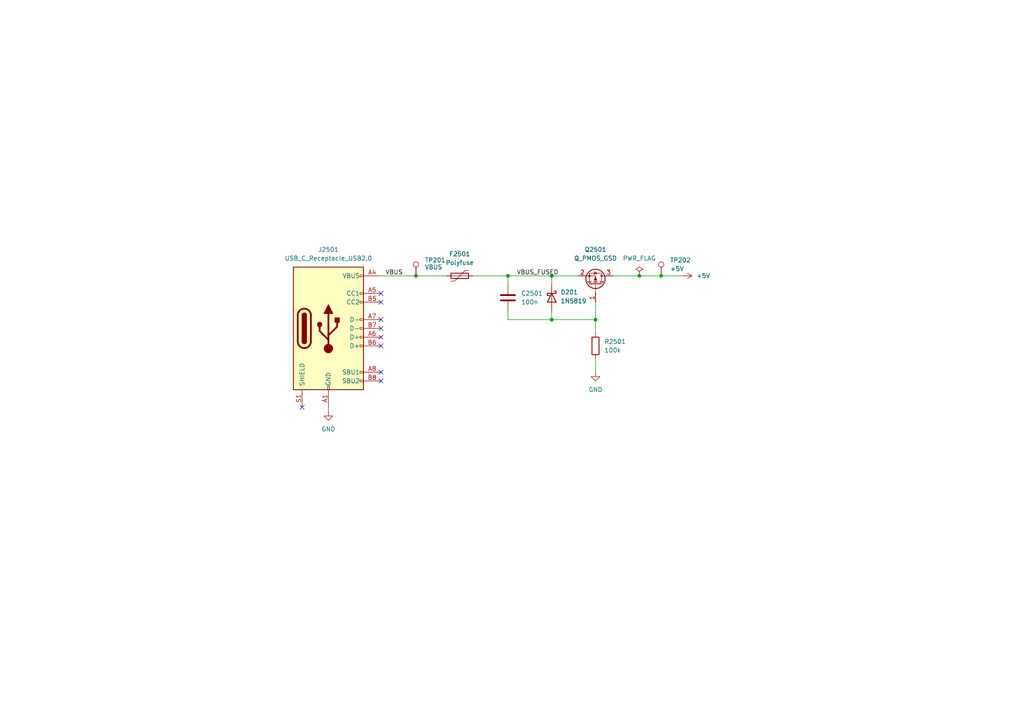
<source format=kicad_sch>
(kicad_sch (version 20211123) (generator eeschema)

  (uuid ce8f504d-77f7-45d3-9a4b-0124eaa1c13f)

  (paper "A4")

  (lib_symbols
    (symbol "Connector:TestPoint" (pin_numbers hide) (pin_names (offset 0.762) hide) (in_bom yes) (on_board yes)
      (property "Reference" "TP" (id 0) (at 0 6.858 0)
        (effects (font (size 1.27 1.27)))
      )
      (property "Value" "TestPoint" (id 1) (at 0 5.08 0)
        (effects (font (size 1.27 1.27)))
      )
      (property "Footprint" "" (id 2) (at 5.08 0 0)
        (effects (font (size 1.27 1.27)) hide)
      )
      (property "Datasheet" "~" (id 3) (at 5.08 0 0)
        (effects (font (size 1.27 1.27)) hide)
      )
      (property "ki_keywords" "test point tp" (id 4) (at 0 0 0)
        (effects (font (size 1.27 1.27)) hide)
      )
      (property "ki_description" "test point" (id 5) (at 0 0 0)
        (effects (font (size 1.27 1.27)) hide)
      )
      (property "ki_fp_filters" "Pin* Test*" (id 6) (at 0 0 0)
        (effects (font (size 1.27 1.27)) hide)
      )
      (symbol "TestPoint_0_1"
        (circle (center 0 3.302) (radius 0.762)
          (stroke (width 0) (type default) (color 0 0 0 0))
          (fill (type none))
        )
      )
      (symbol "TestPoint_1_1"
        (pin passive line (at 0 0 90) (length 2.54)
          (name "1" (effects (font (size 1.27 1.27))))
          (number "1" (effects (font (size 1.27 1.27))))
        )
      )
    )
    (symbol "Connector:USB_C_Receptacle_USB2.0" (pin_names (offset 1.016)) (in_bom yes) (on_board yes)
      (property "Reference" "J" (id 0) (at -10.16 19.05 0)
        (effects (font (size 1.27 1.27)) (justify left))
      )
      (property "Value" "USB_C_Receptacle_USB2.0" (id 1) (at 19.05 19.05 0)
        (effects (font (size 1.27 1.27)) (justify right))
      )
      (property "Footprint" "" (id 2) (at 3.81 0 0)
        (effects (font (size 1.27 1.27)) hide)
      )
      (property "Datasheet" "https://www.usb.org/sites/default/files/documents/usb_type-c.zip" (id 3) (at 3.81 0 0)
        (effects (font (size 1.27 1.27)) hide)
      )
      (property "ki_keywords" "usb universal serial bus type-C USB2.0" (id 4) (at 0 0 0)
        (effects (font (size 1.27 1.27)) hide)
      )
      (property "ki_description" "USB 2.0-only Type-C Receptacle connector" (id 5) (at 0 0 0)
        (effects (font (size 1.27 1.27)) hide)
      )
      (property "ki_fp_filters" "USB*C*Receptacle*" (id 6) (at 0 0 0)
        (effects (font (size 1.27 1.27)) hide)
      )
      (symbol "USB_C_Receptacle_USB2.0_0_0"
        (rectangle (start -0.254 -17.78) (end 0.254 -16.764)
          (stroke (width 0) (type default) (color 0 0 0 0))
          (fill (type none))
        )
        (rectangle (start 10.16 -14.986) (end 9.144 -15.494)
          (stroke (width 0) (type default) (color 0 0 0 0))
          (fill (type none))
        )
        (rectangle (start 10.16 -12.446) (end 9.144 -12.954)
          (stroke (width 0) (type default) (color 0 0 0 0))
          (fill (type none))
        )
        (rectangle (start 10.16 -4.826) (end 9.144 -5.334)
          (stroke (width 0) (type default) (color 0 0 0 0))
          (fill (type none))
        )
        (rectangle (start 10.16 -2.286) (end 9.144 -2.794)
          (stroke (width 0) (type default) (color 0 0 0 0))
          (fill (type none))
        )
        (rectangle (start 10.16 0.254) (end 9.144 -0.254)
          (stroke (width 0) (type default) (color 0 0 0 0))
          (fill (type none))
        )
        (rectangle (start 10.16 2.794) (end 9.144 2.286)
          (stroke (width 0) (type default) (color 0 0 0 0))
          (fill (type none))
        )
        (rectangle (start 10.16 7.874) (end 9.144 7.366)
          (stroke (width 0) (type default) (color 0 0 0 0))
          (fill (type none))
        )
        (rectangle (start 10.16 10.414) (end 9.144 9.906)
          (stroke (width 0) (type default) (color 0 0 0 0))
          (fill (type none))
        )
        (rectangle (start 10.16 15.494) (end 9.144 14.986)
          (stroke (width 0) (type default) (color 0 0 0 0))
          (fill (type none))
        )
      )
      (symbol "USB_C_Receptacle_USB2.0_0_1"
        (rectangle (start -10.16 17.78) (end 10.16 -17.78)
          (stroke (width 0.254) (type default) (color 0 0 0 0))
          (fill (type background))
        )
        (arc (start -8.89 -3.81) (mid -6.985 -5.715) (end -5.08 -3.81)
          (stroke (width 0.508) (type default) (color 0 0 0 0))
          (fill (type none))
        )
        (arc (start -7.62 -3.81) (mid -6.985 -4.445) (end -6.35 -3.81)
          (stroke (width 0.254) (type default) (color 0 0 0 0))
          (fill (type none))
        )
        (arc (start -7.62 -3.81) (mid -6.985 -4.445) (end -6.35 -3.81)
          (stroke (width 0.254) (type default) (color 0 0 0 0))
          (fill (type outline))
        )
        (rectangle (start -7.62 -3.81) (end -6.35 3.81)
          (stroke (width 0.254) (type default) (color 0 0 0 0))
          (fill (type outline))
        )
        (arc (start -6.35 3.81) (mid -6.985 4.445) (end -7.62 3.81)
          (stroke (width 0.254) (type default) (color 0 0 0 0))
          (fill (type none))
        )
        (arc (start -6.35 3.81) (mid -6.985 4.445) (end -7.62 3.81)
          (stroke (width 0.254) (type default) (color 0 0 0 0))
          (fill (type outline))
        )
        (arc (start -5.08 3.81) (mid -6.985 5.715) (end -8.89 3.81)
          (stroke (width 0.508) (type default) (color 0 0 0 0))
          (fill (type none))
        )
        (circle (center -2.54 1.143) (radius 0.635)
          (stroke (width 0.254) (type default) (color 0 0 0 0))
          (fill (type outline))
        )
        (circle (center 0 -5.842) (radius 1.27)
          (stroke (width 0) (type default) (color 0 0 0 0))
          (fill (type outline))
        )
        (polyline
          (pts
            (xy -8.89 -3.81)
            (xy -8.89 3.81)
          )
          (stroke (width 0.508) (type default) (color 0 0 0 0))
          (fill (type none))
        )
        (polyline
          (pts
            (xy -5.08 3.81)
            (xy -5.08 -3.81)
          )
          (stroke (width 0.508) (type default) (color 0 0 0 0))
          (fill (type none))
        )
        (polyline
          (pts
            (xy 0 -5.842)
            (xy 0 4.318)
          )
          (stroke (width 0.508) (type default) (color 0 0 0 0))
          (fill (type none))
        )
        (polyline
          (pts
            (xy 0 -3.302)
            (xy -2.54 -0.762)
            (xy -2.54 0.508)
          )
          (stroke (width 0.508) (type default) (color 0 0 0 0))
          (fill (type none))
        )
        (polyline
          (pts
            (xy 0 -2.032)
            (xy 2.54 0.508)
            (xy 2.54 1.778)
          )
          (stroke (width 0.508) (type default) (color 0 0 0 0))
          (fill (type none))
        )
        (polyline
          (pts
            (xy -1.27 4.318)
            (xy 0 6.858)
            (xy 1.27 4.318)
            (xy -1.27 4.318)
          )
          (stroke (width 0.254) (type default) (color 0 0 0 0))
          (fill (type outline))
        )
        (rectangle (start 1.905 1.778) (end 3.175 3.048)
          (stroke (width 0.254) (type default) (color 0 0 0 0))
          (fill (type outline))
        )
      )
      (symbol "USB_C_Receptacle_USB2.0_1_1"
        (pin passive line (at 0 -22.86 90) (length 5.08)
          (name "GND" (effects (font (size 1.27 1.27))))
          (number "A1" (effects (font (size 1.27 1.27))))
        )
        (pin passive line (at 0 -22.86 90) (length 5.08) hide
          (name "GND" (effects (font (size 1.27 1.27))))
          (number "A12" (effects (font (size 1.27 1.27))))
        )
        (pin passive line (at 15.24 15.24 180) (length 5.08)
          (name "VBUS" (effects (font (size 1.27 1.27))))
          (number "A4" (effects (font (size 1.27 1.27))))
        )
        (pin bidirectional line (at 15.24 10.16 180) (length 5.08)
          (name "CC1" (effects (font (size 1.27 1.27))))
          (number "A5" (effects (font (size 1.27 1.27))))
        )
        (pin bidirectional line (at 15.24 -2.54 180) (length 5.08)
          (name "D+" (effects (font (size 1.27 1.27))))
          (number "A6" (effects (font (size 1.27 1.27))))
        )
        (pin bidirectional line (at 15.24 2.54 180) (length 5.08)
          (name "D-" (effects (font (size 1.27 1.27))))
          (number "A7" (effects (font (size 1.27 1.27))))
        )
        (pin bidirectional line (at 15.24 -12.7 180) (length 5.08)
          (name "SBU1" (effects (font (size 1.27 1.27))))
          (number "A8" (effects (font (size 1.27 1.27))))
        )
        (pin passive line (at 15.24 15.24 180) (length 5.08) hide
          (name "VBUS" (effects (font (size 1.27 1.27))))
          (number "A9" (effects (font (size 1.27 1.27))))
        )
        (pin passive line (at 0 -22.86 90) (length 5.08) hide
          (name "GND" (effects (font (size 1.27 1.27))))
          (number "B1" (effects (font (size 1.27 1.27))))
        )
        (pin passive line (at 0 -22.86 90) (length 5.08) hide
          (name "GND" (effects (font (size 1.27 1.27))))
          (number "B12" (effects (font (size 1.27 1.27))))
        )
        (pin passive line (at 15.24 15.24 180) (length 5.08) hide
          (name "VBUS" (effects (font (size 1.27 1.27))))
          (number "B4" (effects (font (size 1.27 1.27))))
        )
        (pin bidirectional line (at 15.24 7.62 180) (length 5.08)
          (name "CC2" (effects (font (size 1.27 1.27))))
          (number "B5" (effects (font (size 1.27 1.27))))
        )
        (pin bidirectional line (at 15.24 -5.08 180) (length 5.08)
          (name "D+" (effects (font (size 1.27 1.27))))
          (number "B6" (effects (font (size 1.27 1.27))))
        )
        (pin bidirectional line (at 15.24 0 180) (length 5.08)
          (name "D-" (effects (font (size 1.27 1.27))))
          (number "B7" (effects (font (size 1.27 1.27))))
        )
        (pin bidirectional line (at 15.24 -15.24 180) (length 5.08)
          (name "SBU2" (effects (font (size 1.27 1.27))))
          (number "B8" (effects (font (size 1.27 1.27))))
        )
        (pin passive line (at 15.24 15.24 180) (length 5.08) hide
          (name "VBUS" (effects (font (size 1.27 1.27))))
          (number "B9" (effects (font (size 1.27 1.27))))
        )
        (pin passive line (at -7.62 -22.86 90) (length 5.08)
          (name "SHIELD" (effects (font (size 1.27 1.27))))
          (number "S1" (effects (font (size 1.27 1.27))))
        )
      )
    )
    (symbol "Device:C" (pin_numbers hide) (pin_names (offset 0.254)) (in_bom yes) (on_board yes)
      (property "Reference" "C" (id 0) (at 0.635 2.54 0)
        (effects (font (size 1.27 1.27)) (justify left))
      )
      (property "Value" "C" (id 1) (at 0.635 -2.54 0)
        (effects (font (size 1.27 1.27)) (justify left))
      )
      (property "Footprint" "" (id 2) (at 0.9652 -3.81 0)
        (effects (font (size 1.27 1.27)) hide)
      )
      (property "Datasheet" "~" (id 3) (at 0 0 0)
        (effects (font (size 1.27 1.27)) hide)
      )
      (property "ki_keywords" "cap capacitor" (id 4) (at 0 0 0)
        (effects (font (size 1.27 1.27)) hide)
      )
      (property "ki_description" "Unpolarized capacitor" (id 5) (at 0 0 0)
        (effects (font (size 1.27 1.27)) hide)
      )
      (property "ki_fp_filters" "C_*" (id 6) (at 0 0 0)
        (effects (font (size 1.27 1.27)) hide)
      )
      (symbol "C_0_1"
        (polyline
          (pts
            (xy -2.032 -0.762)
            (xy 2.032 -0.762)
          )
          (stroke (width 0.508) (type default) (color 0 0 0 0))
          (fill (type none))
        )
        (polyline
          (pts
            (xy -2.032 0.762)
            (xy 2.032 0.762)
          )
          (stroke (width 0.508) (type default) (color 0 0 0 0))
          (fill (type none))
        )
      )
      (symbol "C_1_1"
        (pin passive line (at 0 3.81 270) (length 2.794)
          (name "~" (effects (font (size 1.27 1.27))))
          (number "1" (effects (font (size 1.27 1.27))))
        )
        (pin passive line (at 0 -3.81 90) (length 2.794)
          (name "~" (effects (font (size 1.27 1.27))))
          (number "2" (effects (font (size 1.27 1.27))))
        )
      )
    )
    (symbol "Device:Polyfuse" (pin_numbers hide) (pin_names (offset 0)) (in_bom yes) (on_board yes)
      (property "Reference" "F" (id 0) (at -2.54 0 90)
        (effects (font (size 1.27 1.27)))
      )
      (property "Value" "Polyfuse" (id 1) (at 2.54 0 90)
        (effects (font (size 1.27 1.27)))
      )
      (property "Footprint" "" (id 2) (at 1.27 -5.08 0)
        (effects (font (size 1.27 1.27)) (justify left) hide)
      )
      (property "Datasheet" "~" (id 3) (at 0 0 0)
        (effects (font (size 1.27 1.27)) hide)
      )
      (property "ki_keywords" "resettable fuse PTC PPTC polyfuse polyswitch" (id 4) (at 0 0 0)
        (effects (font (size 1.27 1.27)) hide)
      )
      (property "ki_description" "Resettable fuse, polymeric positive temperature coefficient" (id 5) (at 0 0 0)
        (effects (font (size 1.27 1.27)) hide)
      )
      (property "ki_fp_filters" "*polyfuse* *PTC*" (id 6) (at 0 0 0)
        (effects (font (size 1.27 1.27)) hide)
      )
      (symbol "Polyfuse_0_1"
        (rectangle (start -0.762 2.54) (end 0.762 -2.54)
          (stroke (width 0.254) (type default) (color 0 0 0 0))
          (fill (type none))
        )
        (polyline
          (pts
            (xy 0 2.54)
            (xy 0 -2.54)
          )
          (stroke (width 0) (type default) (color 0 0 0 0))
          (fill (type none))
        )
        (polyline
          (pts
            (xy -1.524 2.54)
            (xy -1.524 1.524)
            (xy 1.524 -1.524)
            (xy 1.524 -2.54)
          )
          (stroke (width 0) (type default) (color 0 0 0 0))
          (fill (type none))
        )
      )
      (symbol "Polyfuse_1_1"
        (pin passive line (at 0 3.81 270) (length 1.27)
          (name "~" (effects (font (size 1.27 1.27))))
          (number "1" (effects (font (size 1.27 1.27))))
        )
        (pin passive line (at 0 -3.81 90) (length 1.27)
          (name "~" (effects (font (size 1.27 1.27))))
          (number "2" (effects (font (size 1.27 1.27))))
        )
      )
    )
    (symbol "Device:Q_PMOS_GSD" (pin_names (offset 0) hide) (in_bom yes) (on_board yes)
      (property "Reference" "Q" (id 0) (at 5.08 1.27 0)
        (effects (font (size 1.27 1.27)) (justify left))
      )
      (property "Value" "Q_PMOS_GSD" (id 1) (at 5.08 -1.27 0)
        (effects (font (size 1.27 1.27)) (justify left))
      )
      (property "Footprint" "" (id 2) (at 5.08 2.54 0)
        (effects (font (size 1.27 1.27)) hide)
      )
      (property "Datasheet" "~" (id 3) (at 0 0 0)
        (effects (font (size 1.27 1.27)) hide)
      )
      (property "ki_keywords" "transistor PMOS P-MOS P-MOSFET" (id 4) (at 0 0 0)
        (effects (font (size 1.27 1.27)) hide)
      )
      (property "ki_description" "P-MOSFET transistor, gate/source/drain" (id 5) (at 0 0 0)
        (effects (font (size 1.27 1.27)) hide)
      )
      (symbol "Q_PMOS_GSD_0_1"
        (polyline
          (pts
            (xy 0.254 0)
            (xy -2.54 0)
          )
          (stroke (width 0) (type default) (color 0 0 0 0))
          (fill (type none))
        )
        (polyline
          (pts
            (xy 0.254 1.905)
            (xy 0.254 -1.905)
          )
          (stroke (width 0.254) (type default) (color 0 0 0 0))
          (fill (type none))
        )
        (polyline
          (pts
            (xy 0.762 -1.27)
            (xy 0.762 -2.286)
          )
          (stroke (width 0.254) (type default) (color 0 0 0 0))
          (fill (type none))
        )
        (polyline
          (pts
            (xy 0.762 0.508)
            (xy 0.762 -0.508)
          )
          (stroke (width 0.254) (type default) (color 0 0 0 0))
          (fill (type none))
        )
        (polyline
          (pts
            (xy 0.762 2.286)
            (xy 0.762 1.27)
          )
          (stroke (width 0.254) (type default) (color 0 0 0 0))
          (fill (type none))
        )
        (polyline
          (pts
            (xy 2.54 2.54)
            (xy 2.54 1.778)
          )
          (stroke (width 0) (type default) (color 0 0 0 0))
          (fill (type none))
        )
        (polyline
          (pts
            (xy 2.54 -2.54)
            (xy 2.54 0)
            (xy 0.762 0)
          )
          (stroke (width 0) (type default) (color 0 0 0 0))
          (fill (type none))
        )
        (polyline
          (pts
            (xy 0.762 1.778)
            (xy 3.302 1.778)
            (xy 3.302 -1.778)
            (xy 0.762 -1.778)
          )
          (stroke (width 0) (type default) (color 0 0 0 0))
          (fill (type none))
        )
        (polyline
          (pts
            (xy 2.286 0)
            (xy 1.27 0.381)
            (xy 1.27 -0.381)
            (xy 2.286 0)
          )
          (stroke (width 0) (type default) (color 0 0 0 0))
          (fill (type outline))
        )
        (polyline
          (pts
            (xy 2.794 -0.508)
            (xy 2.921 -0.381)
            (xy 3.683 -0.381)
            (xy 3.81 -0.254)
          )
          (stroke (width 0) (type default) (color 0 0 0 0))
          (fill (type none))
        )
        (polyline
          (pts
            (xy 3.302 -0.381)
            (xy 2.921 0.254)
            (xy 3.683 0.254)
            (xy 3.302 -0.381)
          )
          (stroke (width 0) (type default) (color 0 0 0 0))
          (fill (type none))
        )
        (circle (center 1.651 0) (radius 2.794)
          (stroke (width 0.254) (type default) (color 0 0 0 0))
          (fill (type none))
        )
        (circle (center 2.54 -1.778) (radius 0.254)
          (stroke (width 0) (type default) (color 0 0 0 0))
          (fill (type outline))
        )
        (circle (center 2.54 1.778) (radius 0.254)
          (stroke (width 0) (type default) (color 0 0 0 0))
          (fill (type outline))
        )
      )
      (symbol "Q_PMOS_GSD_1_1"
        (pin input line (at -5.08 0 0) (length 2.54)
          (name "G" (effects (font (size 1.27 1.27))))
          (number "1" (effects (font (size 1.27 1.27))))
        )
        (pin passive line (at 2.54 -5.08 90) (length 2.54)
          (name "S" (effects (font (size 1.27 1.27))))
          (number "2" (effects (font (size 1.27 1.27))))
        )
        (pin passive line (at 2.54 5.08 270) (length 2.54)
          (name "D" (effects (font (size 1.27 1.27))))
          (number "3" (effects (font (size 1.27 1.27))))
        )
      )
    )
    (symbol "Device:R" (pin_numbers hide) (pin_names (offset 0)) (in_bom yes) (on_board yes)
      (property "Reference" "R" (id 0) (at 2.032 0 90)
        (effects (font (size 1.27 1.27)))
      )
      (property "Value" "R" (id 1) (at 0 0 90)
        (effects (font (size 1.27 1.27)))
      )
      (property "Footprint" "" (id 2) (at -1.778 0 90)
        (effects (font (size 1.27 1.27)) hide)
      )
      (property "Datasheet" "~" (id 3) (at 0 0 0)
        (effects (font (size 1.27 1.27)) hide)
      )
      (property "ki_keywords" "R res resistor" (id 4) (at 0 0 0)
        (effects (font (size 1.27 1.27)) hide)
      )
      (property "ki_description" "Resistor" (id 5) (at 0 0 0)
        (effects (font (size 1.27 1.27)) hide)
      )
      (property "ki_fp_filters" "R_*" (id 6) (at 0 0 0)
        (effects (font (size 1.27 1.27)) hide)
      )
      (symbol "R_0_1"
        (rectangle (start -1.016 -2.54) (end 1.016 2.54)
          (stroke (width 0.254) (type default) (color 0 0 0 0))
          (fill (type none))
        )
      )
      (symbol "R_1_1"
        (pin passive line (at 0 3.81 270) (length 1.27)
          (name "~" (effects (font (size 1.27 1.27))))
          (number "1" (effects (font (size 1.27 1.27))))
        )
        (pin passive line (at 0 -3.81 90) (length 1.27)
          (name "~" (effects (font (size 1.27 1.27))))
          (number "2" (effects (font (size 1.27 1.27))))
        )
      )
    )
    (symbol "Diode:1N5819" (pin_numbers hide) (pin_names (offset 1.016) hide) (in_bom yes) (on_board yes)
      (property "Reference" "D" (id 0) (at 0 2.54 0)
        (effects (font (size 1.27 1.27)))
      )
      (property "Value" "1N5819" (id 1) (at 0 -2.54 0)
        (effects (font (size 1.27 1.27)))
      )
      (property "Footprint" "Diode_THT:D_DO-41_SOD81_P10.16mm_Horizontal" (id 2) (at 0 -4.445 0)
        (effects (font (size 1.27 1.27)) hide)
      )
      (property "Datasheet" "http://www.vishay.com/docs/88525/1n5817.pdf" (id 3) (at 0 0 0)
        (effects (font (size 1.27 1.27)) hide)
      )
      (property "ki_keywords" "diode Schottky" (id 4) (at 0 0 0)
        (effects (font (size 1.27 1.27)) hide)
      )
      (property "ki_description" "40V 1A Schottky Barrier Rectifier Diode, DO-41" (id 5) (at 0 0 0)
        (effects (font (size 1.27 1.27)) hide)
      )
      (property "ki_fp_filters" "D*DO?41*" (id 6) (at 0 0 0)
        (effects (font (size 1.27 1.27)) hide)
      )
      (symbol "1N5819_0_1"
        (polyline
          (pts
            (xy 1.27 0)
            (xy -1.27 0)
          )
          (stroke (width 0) (type default) (color 0 0 0 0))
          (fill (type none))
        )
        (polyline
          (pts
            (xy 1.27 1.27)
            (xy 1.27 -1.27)
            (xy -1.27 0)
            (xy 1.27 1.27)
          )
          (stroke (width 0.254) (type default) (color 0 0 0 0))
          (fill (type none))
        )
        (polyline
          (pts
            (xy -1.905 0.635)
            (xy -1.905 1.27)
            (xy -1.27 1.27)
            (xy -1.27 -1.27)
            (xy -0.635 -1.27)
            (xy -0.635 -0.635)
          )
          (stroke (width 0.254) (type default) (color 0 0 0 0))
          (fill (type none))
        )
      )
      (symbol "1N5819_1_1"
        (pin passive line (at -3.81 0 0) (length 2.54)
          (name "K" (effects (font (size 1.27 1.27))))
          (number "1" (effects (font (size 1.27 1.27))))
        )
        (pin passive line (at 3.81 0 180) (length 2.54)
          (name "A" (effects (font (size 1.27 1.27))))
          (number "2" (effects (font (size 1.27 1.27))))
        )
      )
    )
    (symbol "power:+5V" (power) (pin_names (offset 0)) (in_bom yes) (on_board yes)
      (property "Reference" "#PWR" (id 0) (at 0 -3.81 0)
        (effects (font (size 1.27 1.27)) hide)
      )
      (property "Value" "+5V" (id 1) (at 0 3.556 0)
        (effects (font (size 1.27 1.27)))
      )
      (property "Footprint" "" (id 2) (at 0 0 0)
        (effects (font (size 1.27 1.27)) hide)
      )
      (property "Datasheet" "" (id 3) (at 0 0 0)
        (effects (font (size 1.27 1.27)) hide)
      )
      (property "ki_keywords" "power-flag" (id 4) (at 0 0 0)
        (effects (font (size 1.27 1.27)) hide)
      )
      (property "ki_description" "Power symbol creates a global label with name \"+5V\"" (id 5) (at 0 0 0)
        (effects (font (size 1.27 1.27)) hide)
      )
      (symbol "+5V_0_1"
        (polyline
          (pts
            (xy -0.762 1.27)
            (xy 0 2.54)
          )
          (stroke (width 0) (type default) (color 0 0 0 0))
          (fill (type none))
        )
        (polyline
          (pts
            (xy 0 0)
            (xy 0 2.54)
          )
          (stroke (width 0) (type default) (color 0 0 0 0))
          (fill (type none))
        )
        (polyline
          (pts
            (xy 0 2.54)
            (xy 0.762 1.27)
          )
          (stroke (width 0) (type default) (color 0 0 0 0))
          (fill (type none))
        )
      )
      (symbol "+5V_1_1"
        (pin power_in line (at 0 0 90) (length 0) hide
          (name "+5V" (effects (font (size 1.27 1.27))))
          (number "1" (effects (font (size 1.27 1.27))))
        )
      )
    )
    (symbol "power:GND" (power) (pin_names (offset 0)) (in_bom yes) (on_board yes)
      (property "Reference" "#PWR" (id 0) (at 0 -6.35 0)
        (effects (font (size 1.27 1.27)) hide)
      )
      (property "Value" "GND" (id 1) (at 0 -3.81 0)
        (effects (font (size 1.27 1.27)))
      )
      (property "Footprint" "" (id 2) (at 0 0 0)
        (effects (font (size 1.27 1.27)) hide)
      )
      (property "Datasheet" "" (id 3) (at 0 0 0)
        (effects (font (size 1.27 1.27)) hide)
      )
      (property "ki_keywords" "power-flag" (id 4) (at 0 0 0)
        (effects (font (size 1.27 1.27)) hide)
      )
      (property "ki_description" "Power symbol creates a global label with name \"GND\" , ground" (id 5) (at 0 0 0)
        (effects (font (size 1.27 1.27)) hide)
      )
      (symbol "GND_0_1"
        (polyline
          (pts
            (xy 0 0)
            (xy 0 -1.27)
            (xy 1.27 -1.27)
            (xy 0 -2.54)
            (xy -1.27 -1.27)
            (xy 0 -1.27)
          )
          (stroke (width 0) (type default) (color 0 0 0 0))
          (fill (type none))
        )
      )
      (symbol "GND_1_1"
        (pin power_in line (at 0 0 270) (length 0) hide
          (name "GND" (effects (font (size 1.27 1.27))))
          (number "1" (effects (font (size 1.27 1.27))))
        )
      )
    )
    (symbol "power:PWR_FLAG" (power) (pin_numbers hide) (pin_names (offset 0) hide) (in_bom yes) (on_board yes)
      (property "Reference" "#FLG" (id 0) (at 0 1.905 0)
        (effects (font (size 1.27 1.27)) hide)
      )
      (property "Value" "PWR_FLAG" (id 1) (at 0 3.81 0)
        (effects (font (size 1.27 1.27)))
      )
      (property "Footprint" "" (id 2) (at 0 0 0)
        (effects (font (size 1.27 1.27)) hide)
      )
      (property "Datasheet" "~" (id 3) (at 0 0 0)
        (effects (font (size 1.27 1.27)) hide)
      )
      (property "ki_keywords" "power-flag" (id 4) (at 0 0 0)
        (effects (font (size 1.27 1.27)) hide)
      )
      (property "ki_description" "Special symbol for telling ERC where power comes from" (id 5) (at 0 0 0)
        (effects (font (size 1.27 1.27)) hide)
      )
      (symbol "PWR_FLAG_0_0"
        (pin power_out line (at 0 0 90) (length 0)
          (name "pwr" (effects (font (size 1.27 1.27))))
          (number "1" (effects (font (size 1.27 1.27))))
        )
      )
      (symbol "PWR_FLAG_0_1"
        (polyline
          (pts
            (xy 0 0)
            (xy 0 1.27)
            (xy -1.016 1.905)
            (xy 0 2.54)
            (xy 1.016 1.905)
            (xy 0 1.27)
          )
          (stroke (width 0) (type default) (color 0 0 0 0))
          (fill (type none))
        )
      )
    )
  )

  (junction (at 191.77 80.01) (diameter 0) (color 0 0 0 0)
    (uuid 056aa211-6834-4250-b31d-045263d867ea)
  )
  (junction (at 120.65 80.01) (diameter 0) (color 0 0 0 0)
    (uuid 2327198c-4913-4050-bcc0-f36b16787ea5)
  )
  (junction (at 147.32 80.01) (diameter 0) (color 0 0 0 0)
    (uuid 4f0f8ea6-54fd-47c4-8196-863e5a2fb29a)
  )
  (junction (at 185.42 80.01) (diameter 0) (color 0 0 0 0)
    (uuid 93fe9520-136a-4f07-bf37-7a97e5bb28fd)
  )
  (junction (at 172.72 92.71) (diameter 0) (color 0 0 0 0)
    (uuid 967720c7-5420-4e0d-95ed-b58078ee6b97)
  )
  (junction (at 160.02 80.01) (diameter 0) (color 0 0 0 0)
    (uuid b8181e6f-6f4f-4eb4-8f1f-9df60dee44f5)
  )
  (junction (at 160.02 92.71) (diameter 0) (color 0 0 0 0)
    (uuid dde62e9f-385b-4d83-9bd4-85ae5614ff11)
  )

  (no_connect (at 110.49 87.63) (uuid 2c2a4b02-d62c-429a-a484-b9873e1f3be8))
  (no_connect (at 110.49 107.95) (uuid 42e4c96e-e11e-48a9-a839-8f68db3f48e9))
  (no_connect (at 110.49 97.79) (uuid 46253191-f718-4159-bc48-f360e17c8f15))
  (no_connect (at 110.49 95.25) (uuid 6bd73d05-a984-4670-af0c-1b8ab69bd7d2))
  (no_connect (at 110.49 92.71) (uuid 84297f58-f44e-472c-8133-5821033d7b1d))
  (no_connect (at 110.49 85.09) (uuid abbebe5c-f2cd-4b68-a1ef-d366c1bb4c3b))
  (no_connect (at 110.49 100.33) (uuid b0a976e1-18b8-4866-b054-ec6b2a80dce2))
  (no_connect (at 87.63 118.11) (uuid ccadf26f-11db-4b9d-ad02-a9c7d51e616d))
  (no_connect (at 110.49 110.49) (uuid e93d4792-bf8a-4243-a337-a5306adb6721))

  (wire (pts (xy 147.32 90.17) (xy 147.32 92.71))
    (stroke (width 0) (type default) (color 0 0 0 0))
    (uuid 26b53f36-ffbc-4852-8ec2-975238fbce7f)
  )
  (wire (pts (xy 177.8 80.01) (xy 185.42 80.01))
    (stroke (width 0) (type default) (color 0 0 0 0))
    (uuid 27ee6667-14b7-4fc2-9f51-55d34bed7f99)
  )
  (wire (pts (xy 110.49 80.01) (xy 120.65 80.01))
    (stroke (width 0) (type default) (color 0 0 0 0))
    (uuid 306b4a68-3fc2-4674-bf1d-b495ead08ef8)
  )
  (wire (pts (xy 172.72 87.63) (xy 172.72 92.71))
    (stroke (width 0) (type default) (color 0 0 0 0))
    (uuid 49e212b7-848a-4c36-a592-af8ab7b1edad)
  )
  (wire (pts (xy 147.32 80.01) (xy 160.02 80.01))
    (stroke (width 0) (type default) (color 0 0 0 0))
    (uuid 611e5505-7773-4674-b9b3-ed659035c4eb)
  )
  (wire (pts (xy 160.02 80.01) (xy 160.02 82.55))
    (stroke (width 0) (type default) (color 0 0 0 0))
    (uuid 67a577f0-f66f-42da-baa0-a0221edefc60)
  )
  (wire (pts (xy 160.02 90.17) (xy 160.02 92.71))
    (stroke (width 0) (type default) (color 0 0 0 0))
    (uuid 86e7eadd-2035-414c-b758-69073d6f7c7f)
  )
  (wire (pts (xy 185.42 80.01) (xy 191.77 80.01))
    (stroke (width 0) (type default) (color 0 0 0 0))
    (uuid 93348412-83ff-4e51-8b2c-5e4f5e4f3d88)
  )
  (wire (pts (xy 120.65 80.01) (xy 129.54 80.01))
    (stroke (width 0) (type default) (color 0 0 0 0))
    (uuid a2bc10ef-def5-412a-9e34-36c21a953a19)
  )
  (wire (pts (xy 172.72 107.95) (xy 172.72 104.14))
    (stroke (width 0) (type default) (color 0 0 0 0))
    (uuid b2ed5db3-a9b2-4927-b3b4-50092273ef6d)
  )
  (wire (pts (xy 160.02 92.71) (xy 172.72 92.71))
    (stroke (width 0) (type default) (color 0 0 0 0))
    (uuid b31a52df-2c8a-431d-b75c-b231734e9ce1)
  )
  (wire (pts (xy 198.12 80.01) (xy 191.77 80.01))
    (stroke (width 0) (type default) (color 0 0 0 0))
    (uuid b490c510-8f5b-4804-9790-aa0701cd4ee5)
  )
  (wire (pts (xy 95.25 118.11) (xy 95.25 119.38))
    (stroke (width 0) (type default) (color 0 0 0 0))
    (uuid bdfabf33-fe1e-43a5-8bc4-63bcab28cae6)
  )
  (wire (pts (xy 147.32 92.71) (xy 160.02 92.71))
    (stroke (width 0) (type default) (color 0 0 0 0))
    (uuid c3ed7730-3c03-4c20-b6bc-52aa7c1693fe)
  )
  (wire (pts (xy 172.72 92.71) (xy 172.72 96.52))
    (stroke (width 0) (type default) (color 0 0 0 0))
    (uuid dfeec417-92ac-4cae-97db-7b3d704c6aa5)
  )
  (wire (pts (xy 147.32 82.55) (xy 147.32 80.01))
    (stroke (width 0) (type default) (color 0 0 0 0))
    (uuid fa9d1468-3043-42e2-97c7-ca457ee85572)
  )
  (wire (pts (xy 167.64 80.01) (xy 160.02 80.01))
    (stroke (width 0) (type default) (color 0 0 0 0))
    (uuid fe361f20-ee23-454d-ac5e-dc3aa1eb8b36)
  )
  (wire (pts (xy 137.16 80.01) (xy 147.32 80.01))
    (stroke (width 0) (type default) (color 0 0 0 0))
    (uuid fef764f4-1917-4637-a06d-07ee27df6a34)
  )

  (label "VBUS_FUSED" (at 149.86 80.01 0)
    (effects (font (size 1.27 1.27)) (justify left bottom))
    (uuid 5dacf698-491b-47bd-bb05-1ba464b3848f)
  )
  (label "VBUS" (at 111.76 80.01 0)
    (effects (font (size 1.27 1.27)) (justify left bottom))
    (uuid 93298341-6ed9-48db-9f48-66c40de5381f)
  )

  (symbol (lib_id "Device:C") (at 147.32 86.36 0) (unit 1)
    (in_bom yes) (on_board yes) (fields_autoplaced)
    (uuid 09d6a2b7-b5bd-4ff6-80b3-2693dae94e13)
    (property "Reference" "C2501" (id 0) (at 151.13 85.0899 0)
      (effects (font (size 1.27 1.27)) (justify left))
    )
    (property "Value" "100n" (id 1) (at 151.13 87.6299 0)
      (effects (font (size 1.27 1.27)) (justify left))
    )
    (property "Footprint" "Capacitor_SMD:C_0603_1608Metric" (id 2) (at 148.2852 90.17 0)
      (effects (font (size 1.27 1.27)) hide)
    )
    (property "Datasheet" "~" (id 3) (at 147.32 86.36 0)
      (effects (font (size 1.27 1.27)) hide)
    )
    (pin "1" (uuid 1f5a8468-71a3-4667-a155-1baa98fc9f2f))
    (pin "2" (uuid 119882a0-3d17-4b7d-8aa7-ebd5dbb1a639))
  )

  (symbol (lib_id "Connector:TestPoint") (at 120.65 80.01 0) (unit 1)
    (in_bom yes) (on_board yes)
    (uuid 181dd871-bb1b-46d1-8e84-ebbd8cb03c65)
    (property "Reference" "TP201" (id 0) (at 123.19 75.4379 0)
      (effects (font (size 1.27 1.27)) (justify left))
    )
    (property "Value" "VBUS" (id 1) (at 123.19 77.47 0)
      (effects (font (size 1.27 1.27)) (justify left))
    )
    (property "Footprint" "TestPoint:TestPoint_Pad_D1.0mm" (id 2) (at 125.73 80.01 0)
      (effects (font (size 1.27 1.27)) hide)
    )
    (property "Datasheet" "~" (id 3) (at 125.73 80.01 0)
      (effects (font (size 1.27 1.27)) hide)
    )
    (pin "1" (uuid 5c028142-f68f-400d-a1ed-a5c314b06558))
  )

  (symbol (lib_id "Connector:TestPoint") (at 191.77 80.01 0) (unit 1)
    (in_bom yes) (on_board yes) (fields_autoplaced)
    (uuid 43e179ee-7d18-44c0-be35-7f1ba840a912)
    (property "Reference" "TP202" (id 0) (at 194.31 75.4379 0)
      (effects (font (size 1.27 1.27)) (justify left))
    )
    (property "Value" "+5V" (id 1) (at 194.31 77.9779 0)
      (effects (font (size 1.27 1.27)) (justify left))
    )
    (property "Footprint" "TestPoint:TestPoint_Pad_D1.0mm" (id 2) (at 196.85 80.01 0)
      (effects (font (size 1.27 1.27)) hide)
    )
    (property "Datasheet" "~" (id 3) (at 196.85 80.01 0)
      (effects (font (size 1.27 1.27)) hide)
    )
    (pin "1" (uuid 03d3fe9e-fa7d-449c-bf64-6c2788a20c81))
  )

  (symbol (lib_id "Diode:1N5819") (at 160.02 86.36 270) (unit 1)
    (in_bom yes) (on_board yes) (fields_autoplaced)
    (uuid 6bbc9586-6fa0-422c-92a0-2b4de7814223)
    (property "Reference" "D201" (id 0) (at 162.56 84.7724 90)
      (effects (font (size 1.27 1.27)) (justify left))
    )
    (property "Value" "1N5819" (id 1) (at 162.56 87.3124 90)
      (effects (font (size 1.27 1.27)) (justify left))
    )
    (property "Footprint" "Diode_SMD:D_SOD-323" (id 2) (at 155.575 86.36 0)
      (effects (font (size 1.27 1.27)) hide)
    )
    (property "Datasheet" "http://www.vishay.com/docs/88525/1n5817.pdf" (id 3) (at 160.02 86.36 0)
      (effects (font (size 1.27 1.27)) hide)
    )
    (pin "1" (uuid b7f4bdfe-8222-40e6-a0ce-5f6867b1e070))
    (pin "2" (uuid 942f4132-36c9-45e1-8625-2e77ae4687b5))
  )

  (symbol (lib_id "Connector:USB_C_Receptacle_USB2.0") (at 95.25 95.25 0) (unit 1)
    (in_bom yes) (on_board yes) (fields_autoplaced)
    (uuid 7ab95d8a-b1ad-48b0-a472-939c94673498)
    (property "Reference" "J2501" (id 0) (at 95.25 72.39 0))
    (property "Value" "USB_C_Receptacle_USB2.0" (id 1) (at 95.25 74.93 0))
    (property "Footprint" "Connector_USB:USB_C_Receptacle_HRO_TYPE-C-31-M-12" (id 2) (at 99.06 95.25 0)
      (effects (font (size 1.27 1.27)) hide)
    )
    (property "Datasheet" "https://www.usb.org/sites/default/files/documents/usb_type-c.zip" (id 3) (at 99.06 95.25 0)
      (effects (font (size 1.27 1.27)) hide)
    )
    (pin "A1" (uuid dab701d9-a9f9-49bd-bf03-9f5523f44a88))
    (pin "A12" (uuid 6d767fc1-7886-4506-8103-5e8d2872e2f9))
    (pin "A4" (uuid ca633876-c832-4537-a8bf-73de9cefc3f3))
    (pin "A5" (uuid 2b37c11c-21cb-4d16-a4f1-a24b11411abe))
    (pin "A6" (uuid 51d42759-4f71-4057-9906-f76c550e8772))
    (pin "A7" (uuid abeba3bd-4e66-43aa-b5b9-e9bab6831799))
    (pin "A8" (uuid 94d3e0be-d0f7-4ab0-9c0d-c2f2f8f14f33))
    (pin "A9" (uuid 17cb3c26-a807-496c-9782-f9204c9fa0b3))
    (pin "B1" (uuid e4337ae0-995f-48e4-b6bf-e6c3121693c4))
    (pin "B12" (uuid 9a901fea-4c32-4cce-b9b1-79676a1af418))
    (pin "B4" (uuid 5717c86e-af58-4ddd-ba94-639592360fde))
    (pin "B5" (uuid e4190f84-e315-4dc0-9abe-5302cf99d748))
    (pin "B6" (uuid cfaf2556-d41e-4d9a-941b-5e0d29b964ac))
    (pin "B7" (uuid ffce38fb-888e-4084-a556-e232286644c2))
    (pin "B8" (uuid d72be8c2-59de-49fc-ae7e-9f7ec44207e1))
    (pin "B9" (uuid a9d528d7-773a-430b-a63f-2e247f07b899))
    (pin "S1" (uuid eb8021ab-3bd8-4f50-80b4-1c7a2865b4e7))
  )

  (symbol (lib_id "Device:R") (at 172.72 100.33 0) (unit 1)
    (in_bom yes) (on_board yes) (fields_autoplaced)
    (uuid 80400ab8-a0b7-4fb2-a371-966aa10206da)
    (property "Reference" "R2501" (id 0) (at 175.26 99.0599 0)
      (effects (font (size 1.27 1.27)) (justify left))
    )
    (property "Value" "100k" (id 1) (at 175.26 101.5999 0)
      (effects (font (size 1.27 1.27)) (justify left))
    )
    (property "Footprint" "Resistor_SMD:R_0603_1608Metric" (id 2) (at 170.942 100.33 90)
      (effects (font (size 1.27 1.27)) hide)
    )
    (property "Datasheet" "~" (id 3) (at 172.72 100.33 0)
      (effects (font (size 1.27 1.27)) hide)
    )
    (pin "1" (uuid 0a1e0d40-0233-4461-bed9-daf0b29cd9b5))
    (pin "2" (uuid 85ce49ba-6f69-4234-b33a-c294a75f4d48))
  )

  (symbol (lib_id "power:PWR_FLAG") (at 185.42 80.01 0) (unit 1)
    (in_bom yes) (on_board yes) (fields_autoplaced)
    (uuid 9fd8912a-d7c6-43c4-b45d-e98536ffe6be)
    (property "Reference" "#FLG02501" (id 0) (at 185.42 78.105 0)
      (effects (font (size 1.27 1.27)) hide)
    )
    (property "Value" "PWR_FLAG" (id 1) (at 185.42 74.93 0))
    (property "Footprint" "" (id 2) (at 185.42 80.01 0)
      (effects (font (size 1.27 1.27)) hide)
    )
    (property "Datasheet" "~" (id 3) (at 185.42 80.01 0)
      (effects (font (size 1.27 1.27)) hide)
    )
    (pin "1" (uuid 8cf82777-9431-47a9-b687-e59806205e25))
  )

  (symbol (lib_id "power:GND") (at 95.25 119.38 0) (unit 1)
    (in_bom yes) (on_board yes) (fields_autoplaced)
    (uuid a2610bd8-8aec-490c-9278-d9ffd84c8900)
    (property "Reference" "#PWR02503" (id 0) (at 95.25 125.73 0)
      (effects (font (size 1.27 1.27)) hide)
    )
    (property "Value" "GND" (id 1) (at 95.25 124.46 0))
    (property "Footprint" "" (id 2) (at 95.25 119.38 0)
      (effects (font (size 1.27 1.27)) hide)
    )
    (property "Datasheet" "" (id 3) (at 95.25 119.38 0)
      (effects (font (size 1.27 1.27)) hide)
    )
    (pin "1" (uuid 3387ff14-b2b4-4496-b868-f4279bf2c01a))
  )

  (symbol (lib_id "Device:Polyfuse") (at 133.35 80.01 90) (unit 1)
    (in_bom yes) (on_board yes) (fields_autoplaced)
    (uuid a44d3c40-878f-44f9-b503-6582af2145c9)
    (property "Reference" "F2501" (id 0) (at 133.35 73.66 90))
    (property "Value" "Polyfuse" (id 1) (at 133.35 76.2 90))
    (property "Footprint" "Fuse:Fuse_1812_4532Metric" (id 2) (at 138.43 78.74 0)
      (effects (font (size 1.27 1.27)) (justify left) hide)
    )
    (property "Datasheet" "~" (id 3) (at 133.35 80.01 0)
      (effects (font (size 1.27 1.27)) hide)
    )
    (pin "1" (uuid 966f3a0b-3813-49f1-b7ce-00254393cfa7))
    (pin "2" (uuid 5f1a3a82-5c87-48ba-9a79-a0ecb343f041))
  )

  (symbol (lib_id "power:GND") (at 172.72 107.95 0) (unit 1)
    (in_bom yes) (on_board yes) (fields_autoplaced)
    (uuid a978df8f-9005-474d-ae9e-da0ff90125e4)
    (property "Reference" "#PWR02502" (id 0) (at 172.72 114.3 0)
      (effects (font (size 1.27 1.27)) hide)
    )
    (property "Value" "GND" (id 1) (at 172.72 113.03 0))
    (property "Footprint" "" (id 2) (at 172.72 107.95 0)
      (effects (font (size 1.27 1.27)) hide)
    )
    (property "Datasheet" "" (id 3) (at 172.72 107.95 0)
      (effects (font (size 1.27 1.27)) hide)
    )
    (pin "1" (uuid eb6743bc-e25e-4ebd-9419-d6916eac9d1e))
  )

  (symbol (lib_id "power:+5V") (at 198.12 80.01 270) (unit 1)
    (in_bom yes) (on_board yes) (fields_autoplaced)
    (uuid adab5807-c54d-45cb-a003-c4d9aaa6b1bb)
    (property "Reference" "#PWR02501" (id 0) (at 194.31 80.01 0)
      (effects (font (size 1.27 1.27)) hide)
    )
    (property "Value" "+5V" (id 1) (at 201.93 80.0099 90)
      (effects (font (size 1.27 1.27)) (justify left))
    )
    (property "Footprint" "" (id 2) (at 198.12 80.01 0)
      (effects (font (size 1.27 1.27)) hide)
    )
    (property "Datasheet" "" (id 3) (at 198.12 80.01 0)
      (effects (font (size 1.27 1.27)) hide)
    )
    (pin "1" (uuid 47bdefb5-e299-47f8-ab4a-63b1127a3e91))
  )

  (symbol (lib_id "Device:Q_PMOS_GSD") (at 172.72 82.55 270) (mirror x) (unit 1)
    (in_bom yes) (on_board yes) (fields_autoplaced)
    (uuid cd478f01-33da-467e-bf1a-d9da486924f1)
    (property "Reference" "Q2501" (id 0) (at 172.72 72.39 90))
    (property "Value" "Q_PMOS_GSD" (id 1) (at 172.72 74.93 90))
    (property "Footprint" "Package_TO_SOT_SMD:SOT-23" (id 2) (at 175.26 77.47 0)
      (effects (font (size 1.27 1.27)) hide)
    )
    (property "Datasheet" "~" (id 3) (at 172.72 82.55 0)
      (effects (font (size 1.27 1.27)) hide)
    )
    (pin "1" (uuid 23a141f0-fcc5-45c3-b3eb-e8dbf7e069b4))
    (pin "2" (uuid 576a9ddd-abe2-4004-845e-abebcda4e275))
    (pin "3" (uuid f1f61289-bf50-422f-8773-324a09f387ef))
  )
)

</source>
